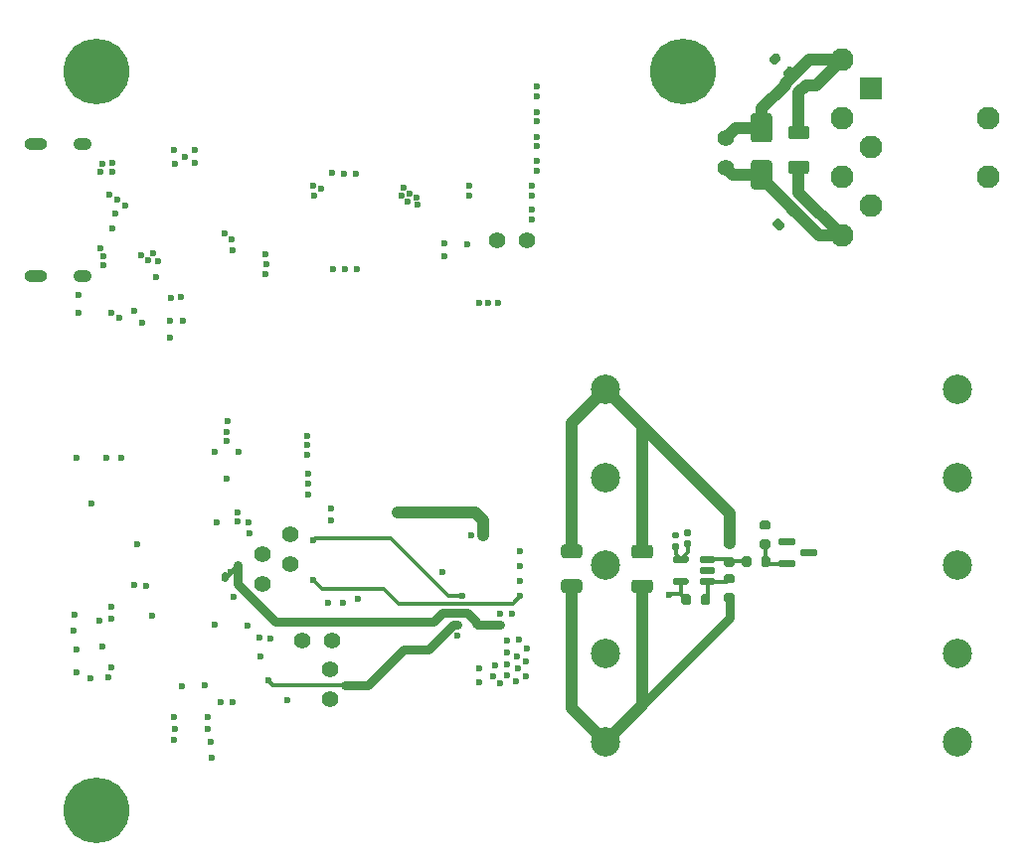
<source format=gbr>
G04 #@! TF.GenerationSoftware,KiCad,Pcbnew,9.0.1+1*
G04 #@! TF.CreationDate,2025-09-08T08:51:25+00:00*
G04 #@! TF.ProjectId,c64psu,63363470-7375-42e6-9b69-6361645f7063,rev?*
G04 #@! TF.SameCoordinates,Original*
G04 #@! TF.FileFunction,Copper,L4,Bot*
G04 #@! TF.FilePolarity,Positive*
%FSLAX46Y46*%
G04 Gerber Fmt 4.6, Leading zero omitted, Abs format (unit mm)*
G04 Created by KiCad (PCBNEW 9.0.1+1) date 2025-09-08 08:51:25*
%MOMM*%
%LPD*%
G01*
G04 APERTURE LIST*
G04 #@! TA.AperFunction,ComponentPad*
%ADD10C,2.500000*%
G04 #@! TD*
G04 #@! TA.AperFunction,ComponentPad*
%ADD11C,1.400000*%
G04 #@! TD*
G04 #@! TA.AperFunction,ComponentPad*
%ADD12C,3.600000*%
G04 #@! TD*
G04 #@! TA.AperFunction,ConnectorPad*
%ADD13C,5.600000*%
G04 #@! TD*
G04 #@! TA.AperFunction,ComponentPad*
%ADD14O,1.550000X1.050000*%
G04 #@! TD*
G04 #@! TA.AperFunction,ComponentPad*
%ADD15O,1.950000X1.050000*%
G04 #@! TD*
G04 #@! TA.AperFunction,ComponentPad*
%ADD16C,1.950000*%
G04 #@! TD*
G04 #@! TA.AperFunction,ComponentPad*
%ADD17R,1.950000X1.950000*%
G04 #@! TD*
G04 #@! TA.AperFunction,ViaPad*
%ADD18C,0.600000*%
G04 #@! TD*
G04 #@! TA.AperFunction,Conductor*
%ADD19C,1.000000*%
G04 #@! TD*
G04 #@! TA.AperFunction,Conductor*
%ADD20C,0.300000*%
G04 #@! TD*
G04 #@! TA.AperFunction,Conductor*
%ADD21C,0.800000*%
G04 #@! TD*
G04 #@! TA.AperFunction,Conductor*
%ADD22C,0.600000*%
G04 #@! TD*
G04 #@! TA.AperFunction,Conductor*
%ADD23C,0.400000*%
G04 #@! TD*
G04 APERTURE END LIST*
D10*
X183370000Y-69110000D03*
X183370000Y-76610000D03*
X183370000Y-84110000D03*
X183370000Y-91610000D03*
X183370000Y-99110000D03*
X213370000Y-69110000D03*
X213370000Y-76610000D03*
X213370000Y-84110000D03*
X213370000Y-91610000D03*
X213370000Y-99110000D03*
D11*
X157500000Y-90520000D03*
X160040000Y-90520000D03*
X159870000Y-92960001D03*
X159870000Y-95500001D03*
D12*
X190000000Y-42000000D03*
D13*
X190000000Y-42000000D03*
D11*
X156510000Y-84019999D03*
X156510000Y-81479999D03*
D14*
X138850000Y-48155000D03*
X138850000Y-59395000D03*
D15*
X134850000Y-48155000D03*
X134850000Y-59395000D03*
D11*
X154120000Y-83130000D03*
X154120000Y-85670000D03*
D12*
X140000000Y-105000000D03*
D13*
X140000000Y-105000000D03*
D11*
X174170300Y-56365150D03*
X176710300Y-56365150D03*
D16*
X215980000Y-50940000D03*
X215980000Y-45940000D03*
D17*
X205980000Y-43440000D03*
D16*
X205980000Y-48440000D03*
X205980000Y-53440000D03*
X203480000Y-45940000D03*
X203480000Y-50940000D03*
X203480000Y-40940000D03*
X203480000Y-55940000D03*
D11*
X193598800Y-50170399D03*
X193598800Y-47630399D03*
D12*
X140000000Y-42000000D03*
D13*
X140000000Y-42000000D03*
G04 #@! TA.AperFunction,SMDPad,CuDef*
G36*
G01*
X197296800Y-52036802D02*
X195996800Y-52036802D01*
G75*
G02*
X195746800Y-51786802I0J250000D01*
G01*
X195746800Y-49786802D01*
G75*
G02*
X195996800Y-49536802I250000J0D01*
G01*
X197296800Y-49536802D01*
G75*
G02*
X197546800Y-49786802I0J-250000D01*
G01*
X197546800Y-51786802D01*
G75*
G02*
X197296800Y-52036802I-250000J0D01*
G01*
G37*
G04 #@! TD.AperFunction*
G04 #@! TA.AperFunction,SMDPad,CuDef*
G36*
G01*
X197296800Y-48036800D02*
X195996800Y-48036800D01*
G75*
G02*
X195746800Y-47786800I0J250000D01*
G01*
X195746800Y-45786800D01*
G75*
G02*
X195996800Y-45536800I250000J0D01*
G01*
X197296800Y-45536800D01*
G75*
G02*
X197546800Y-45786800I0J-250000D01*
G01*
X197546800Y-47786800D01*
G75*
G02*
X197296800Y-48036800I-250000J0D01*
G01*
G37*
G04 #@! TD.AperFunction*
G04 #@! TA.AperFunction,SMDPad,CuDef*
G36*
G01*
X193628600Y-84830200D02*
X194178600Y-84830200D01*
G75*
G02*
X194378600Y-85030200I0J-200000D01*
G01*
X194378600Y-85430200D01*
G75*
G02*
X194178600Y-85630200I-200000J0D01*
G01*
X193628600Y-85630200D01*
G75*
G02*
X193428600Y-85430200I0J200000D01*
G01*
X193428600Y-85030200D01*
G75*
G02*
X193628600Y-84830200I200000J0D01*
G01*
G37*
G04 #@! TD.AperFunction*
G04 #@! TA.AperFunction,SMDPad,CuDef*
G36*
G01*
X193628600Y-86480200D02*
X194178600Y-86480200D01*
G75*
G02*
X194378600Y-86680200I0J-200000D01*
G01*
X194378600Y-87080200D01*
G75*
G02*
X194178600Y-87280200I-200000J0D01*
G01*
X193628600Y-87280200D01*
G75*
G02*
X193428600Y-87080200I0J200000D01*
G01*
X193428600Y-86680200D01*
G75*
G02*
X193628600Y-86480200I200000J0D01*
G01*
G37*
G04 #@! TD.AperFunction*
G04 #@! TA.AperFunction,SMDPad,CuDef*
G36*
G01*
X192706400Y-83431201D02*
X192706400Y-83731201D01*
G75*
G02*
X192556400Y-83881201I-150000J0D01*
G01*
X191531400Y-83881201D01*
G75*
G02*
X191381400Y-83731201I0J150000D01*
G01*
X191381400Y-83431201D01*
G75*
G02*
X191531400Y-83281201I150000J0D01*
G01*
X192556400Y-83281201D01*
G75*
G02*
X192706400Y-83431201I0J-150000D01*
G01*
G37*
G04 #@! TD.AperFunction*
G04 #@! TA.AperFunction,SMDPad,CuDef*
G36*
G01*
X192706400Y-84381200D02*
X192706400Y-84681200D01*
G75*
G02*
X192556400Y-84831200I-150000J0D01*
G01*
X191531400Y-84831200D01*
G75*
G02*
X191381400Y-84681200I0J150000D01*
G01*
X191381400Y-84381200D01*
G75*
G02*
X191531400Y-84231200I150000J0D01*
G01*
X192556400Y-84231200D01*
G75*
G02*
X192706400Y-84381200I0J-150000D01*
G01*
G37*
G04 #@! TD.AperFunction*
G04 #@! TA.AperFunction,SMDPad,CuDef*
G36*
G01*
X192706400Y-85331199D02*
X192706400Y-85631199D01*
G75*
G02*
X192556400Y-85781199I-150000J0D01*
G01*
X191531400Y-85781199D01*
G75*
G02*
X191381400Y-85631199I0J150000D01*
G01*
X191381400Y-85331199D01*
G75*
G02*
X191531400Y-85181199I150000J0D01*
G01*
X192556400Y-85181199D01*
G75*
G02*
X192706400Y-85331199I0J-150000D01*
G01*
G37*
G04 #@! TD.AperFunction*
G04 #@! TA.AperFunction,SMDPad,CuDef*
G36*
G01*
X190431400Y-85331199D02*
X190431400Y-85631199D01*
G75*
G02*
X190281400Y-85781199I-150000J0D01*
G01*
X189256400Y-85781199D01*
G75*
G02*
X189106400Y-85631199I0J150000D01*
G01*
X189106400Y-85331199D01*
G75*
G02*
X189256400Y-85181199I150000J0D01*
G01*
X190281400Y-85181199D01*
G75*
G02*
X190431400Y-85331199I0J-150000D01*
G01*
G37*
G04 #@! TD.AperFunction*
G04 #@! TA.AperFunction,SMDPad,CuDef*
G36*
G01*
X190431400Y-83431201D02*
X190431400Y-83731201D01*
G75*
G02*
X190281400Y-83881201I-150000J0D01*
G01*
X189256400Y-83881201D01*
G75*
G02*
X189106400Y-83731201I0J150000D01*
G01*
X189106400Y-83431201D01*
G75*
G02*
X189256400Y-83281201I150000J0D01*
G01*
X190281400Y-83281201D01*
G75*
G02*
X190431400Y-83431201I0J-150000D01*
G01*
G37*
G04 #@! TD.AperFunction*
G04 #@! TA.AperFunction,SMDPad,CuDef*
G36*
G01*
X179830000Y-82329999D02*
X181130000Y-82329999D01*
G75*
G02*
X181380000Y-82579999I0J-250000D01*
G01*
X181380000Y-83229999D01*
G75*
G02*
X181130000Y-83479999I-250000J0D01*
G01*
X179830000Y-83479999D01*
G75*
G02*
X179580000Y-83229999I0J250000D01*
G01*
X179580000Y-82579999D01*
G75*
G02*
X179830000Y-82329999I250000J0D01*
G01*
G37*
G04 #@! TD.AperFunction*
G04 #@! TA.AperFunction,SMDPad,CuDef*
G36*
G01*
X179830000Y-85280001D02*
X181130000Y-85280001D01*
G75*
G02*
X181380000Y-85530001I0J-250000D01*
G01*
X181380000Y-86180001D01*
G75*
G02*
X181130000Y-86430001I-250000J0D01*
G01*
X179830000Y-86430001D01*
G75*
G02*
X179580000Y-86180001I0J250000D01*
G01*
X179580000Y-85530001D01*
G75*
G02*
X179830000Y-85280001I250000J0D01*
G01*
G37*
G04 #@! TD.AperFunction*
G04 #@! TA.AperFunction,SMDPad,CuDef*
G36*
G01*
X192283800Y-86745400D02*
X192283800Y-87295400D01*
G75*
G02*
X192083800Y-87495400I-200000J0D01*
G01*
X191683800Y-87495400D01*
G75*
G02*
X191483800Y-87295400I0J200000D01*
G01*
X191483800Y-86745400D01*
G75*
G02*
X191683800Y-86545400I200000J0D01*
G01*
X192083800Y-86545400D01*
G75*
G02*
X192283800Y-86745400I0J-200000D01*
G01*
G37*
G04 #@! TD.AperFunction*
G04 #@! TA.AperFunction,SMDPad,CuDef*
G36*
G01*
X190633800Y-86745400D02*
X190633800Y-87295400D01*
G75*
G02*
X190433800Y-87495400I-200000J0D01*
G01*
X190033800Y-87495400D01*
G75*
G02*
X189833800Y-87295400I0J200000D01*
G01*
X189833800Y-86745400D01*
G75*
G02*
X190033800Y-86545400I200000J0D01*
G01*
X190433800Y-86545400D01*
G75*
G02*
X190633800Y-86745400I0J-200000D01*
G01*
G37*
G04 #@! TD.AperFunction*
G04 #@! TA.AperFunction,SMDPad,CuDef*
G36*
G01*
X197226600Y-82696000D02*
X196676600Y-82696000D01*
G75*
G02*
X196476600Y-82496000I0J200000D01*
G01*
X196476600Y-82096000D01*
G75*
G02*
X196676600Y-81896000I200000J0D01*
G01*
X197226600Y-81896000D01*
G75*
G02*
X197426600Y-82096000I0J-200000D01*
G01*
X197426600Y-82496000D01*
G75*
G02*
X197226600Y-82696000I-200000J0D01*
G01*
G37*
G04 #@! TD.AperFunction*
G04 #@! TA.AperFunction,SMDPad,CuDef*
G36*
G01*
X197226600Y-81046000D02*
X196676600Y-81046000D01*
G75*
G02*
X196476600Y-80846000I0J200000D01*
G01*
X196476600Y-80446000D01*
G75*
G02*
X196676600Y-80246000I200000J0D01*
G01*
X197226600Y-80246000D01*
G75*
G02*
X197426600Y-80446000I0J-200000D01*
G01*
X197426600Y-80846000D01*
G75*
G02*
X197226600Y-81046000I-200000J0D01*
G01*
G37*
G04 #@! TD.AperFunction*
G04 #@! TA.AperFunction,SMDPad,CuDef*
G36*
G01*
X199350551Y-53396940D02*
X199739460Y-53785849D01*
G75*
G02*
X199739460Y-54068691I-141421J-141421D01*
G01*
X199456617Y-54351534D01*
G75*
G02*
X199173775Y-54351534I-141421J141421D01*
G01*
X198784866Y-53962625D01*
G75*
G02*
X198784866Y-53679783I141421J141421D01*
G01*
X199067709Y-53396940D01*
G75*
G02*
X199350551Y-53396940I141421J-141421D01*
G01*
G37*
G04 #@! TD.AperFunction*
G04 #@! TA.AperFunction,SMDPad,CuDef*
G36*
G01*
X198183825Y-54563666D02*
X198572734Y-54952575D01*
G75*
G02*
X198572734Y-55235417I-141421J-141421D01*
G01*
X198289891Y-55518260D01*
G75*
G02*
X198007049Y-55518260I-141421J141421D01*
G01*
X197618140Y-55129351D01*
G75*
G02*
X197618140Y-54846509I141421J141421D01*
G01*
X197900983Y-54563666D01*
G75*
G02*
X198183825Y-54563666I141421J-141421D01*
G01*
G37*
G04 #@! TD.AperFunction*
G04 #@! TA.AperFunction,SMDPad,CuDef*
G36*
G01*
X199170000Y-46619999D02*
X200470000Y-46619999D01*
G75*
G02*
X200720000Y-46869999I0J-250000D01*
G01*
X200720000Y-47519999D01*
G75*
G02*
X200470000Y-47769999I-250000J0D01*
G01*
X199170000Y-47769999D01*
G75*
G02*
X198920000Y-47519999I0J250000D01*
G01*
X198920000Y-46869999D01*
G75*
G02*
X199170000Y-46619999I250000J0D01*
G01*
G37*
G04 #@! TD.AperFunction*
G04 #@! TA.AperFunction,SMDPad,CuDef*
G36*
G01*
X199170000Y-49570001D02*
X200470000Y-49570001D01*
G75*
G02*
X200720000Y-49820001I0J-250000D01*
G01*
X200720000Y-50470001D01*
G75*
G02*
X200470000Y-50720001I-250000J0D01*
G01*
X199170000Y-50720001D01*
G75*
G02*
X198920000Y-50470001I0J250000D01*
G01*
X198920000Y-49820001D01*
G75*
G02*
X199170000Y-49570001I250000J0D01*
G01*
G37*
G04 #@! TD.AperFunction*
G04 #@! TA.AperFunction,SMDPad,CuDef*
G36*
G01*
X194964600Y-84044200D02*
X194964600Y-83494200D01*
G75*
G02*
X195164600Y-83294200I200000J0D01*
G01*
X195564600Y-83294200D01*
G75*
G02*
X195764600Y-83494200I0J-200000D01*
G01*
X195764600Y-84044200D01*
G75*
G02*
X195564600Y-84244200I-200000J0D01*
G01*
X195164600Y-84244200D01*
G75*
G02*
X194964600Y-84044200I0J200000D01*
G01*
G37*
G04 #@! TD.AperFunction*
G04 #@! TA.AperFunction,SMDPad,CuDef*
G36*
G01*
X196614600Y-84044200D02*
X196614600Y-83494200D01*
G75*
G02*
X196814600Y-83294200I200000J0D01*
G01*
X197214600Y-83294200D01*
G75*
G02*
X197414600Y-83494200I0J-200000D01*
G01*
X197414600Y-84044200D01*
G75*
G02*
X197214600Y-84244200I-200000J0D01*
G01*
X196814600Y-84244200D01*
G75*
G02*
X196614600Y-84044200I0J200000D01*
G01*
G37*
G04 #@! TD.AperFunction*
G04 #@! TA.AperFunction,SMDPad,CuDef*
G36*
G01*
X189161600Y-81259200D02*
X189501600Y-81259200D01*
G75*
G02*
X189641600Y-81399200I0J-140000D01*
G01*
X189641600Y-81679200D01*
G75*
G02*
X189501600Y-81819200I-140000J0D01*
G01*
X189161600Y-81819200D01*
G75*
G02*
X189021600Y-81679200I0J140000D01*
G01*
X189021600Y-81399200D01*
G75*
G02*
X189161600Y-81259200I140000J0D01*
G01*
G37*
G04 #@! TD.AperFunction*
G04 #@! TA.AperFunction,SMDPad,CuDef*
G36*
G01*
X189161600Y-82219200D02*
X189501600Y-82219200D01*
G75*
G02*
X189641600Y-82359200I0J-140000D01*
G01*
X189641600Y-82639200D01*
G75*
G02*
X189501600Y-82779200I-140000J0D01*
G01*
X189161600Y-82779200D01*
G75*
G02*
X189021600Y-82639200I0J140000D01*
G01*
X189021600Y-82359200D01*
G75*
G02*
X189161600Y-82219200I140000J0D01*
G01*
G37*
G04 #@! TD.AperFunction*
G04 #@! TA.AperFunction,SMDPad,CuDef*
G36*
G01*
X198070600Y-84107200D02*
X198070600Y-83807200D01*
G75*
G02*
X198220600Y-83657200I150000J0D01*
G01*
X199395600Y-83657200D01*
G75*
G02*
X199545600Y-83807200I0J-150000D01*
G01*
X199545600Y-84107200D01*
G75*
G02*
X199395600Y-84257200I-150000J0D01*
G01*
X198220600Y-84257200D01*
G75*
G02*
X198070600Y-84107200I0J150000D01*
G01*
G37*
G04 #@! TD.AperFunction*
G04 #@! TA.AperFunction,SMDPad,CuDef*
G36*
G01*
X198070600Y-82207200D02*
X198070600Y-81907200D01*
G75*
G02*
X198220600Y-81757200I150000J0D01*
G01*
X199395600Y-81757200D01*
G75*
G02*
X199545600Y-81907200I0J-150000D01*
G01*
X199545600Y-82207200D01*
G75*
G02*
X199395600Y-82357200I-150000J0D01*
G01*
X198220600Y-82357200D01*
G75*
G02*
X198070600Y-82207200I0J150000D01*
G01*
G37*
G04 #@! TD.AperFunction*
G04 #@! TA.AperFunction,SMDPad,CuDef*
G36*
G01*
X199945601Y-83157200D02*
X199945601Y-82857200D01*
G75*
G02*
X200095601Y-82707200I150000J0D01*
G01*
X201270601Y-82707200D01*
G75*
G02*
X201420601Y-82857200I0J-150000D01*
G01*
X201420601Y-83157200D01*
G75*
G02*
X201270601Y-83307200I-150000J0D01*
G01*
X200095601Y-83307200D01*
G75*
G02*
X199945601Y-83157200I0J150000D01*
G01*
G37*
G04 #@! TD.AperFunction*
G04 #@! TA.AperFunction,SMDPad,CuDef*
G36*
G01*
X185840000Y-82349999D02*
X187140000Y-82349999D01*
G75*
G02*
X187390000Y-82599999I0J-250000D01*
G01*
X187390000Y-83249999D01*
G75*
G02*
X187140000Y-83499999I-250000J0D01*
G01*
X185840000Y-83499999D01*
G75*
G02*
X185590000Y-83249999I0J250000D01*
G01*
X185590000Y-82599999D01*
G75*
G02*
X185840000Y-82349999I250000J0D01*
G01*
G37*
G04 #@! TD.AperFunction*
G04 #@! TA.AperFunction,SMDPad,CuDef*
G36*
G01*
X185840000Y-85300001D02*
X187140000Y-85300001D01*
G75*
G02*
X187390000Y-85550001I0J-250000D01*
G01*
X187390000Y-86200001D01*
G75*
G02*
X187140000Y-86450001I-250000J0D01*
G01*
X185840000Y-86450001D01*
G75*
G02*
X185590000Y-86200001I0J250000D01*
G01*
X185590000Y-85550001D01*
G75*
G02*
X185840000Y-85300001I250000J0D01*
G01*
G37*
G04 #@! TD.AperFunction*
G04 #@! TA.AperFunction,SMDPad,CuDef*
G36*
G01*
X190517600Y-82548000D02*
X190177600Y-82548000D01*
G75*
G02*
X190037600Y-82408000I0J140000D01*
G01*
X190037600Y-82128000D01*
G75*
G02*
X190177600Y-81988000I140000J0D01*
G01*
X190517600Y-81988000D01*
G75*
G02*
X190657600Y-82128000I0J-140000D01*
G01*
X190657600Y-82408000D01*
G75*
G02*
X190517600Y-82548000I-140000J0D01*
G01*
G37*
G04 #@! TD.AperFunction*
G04 #@! TA.AperFunction,SMDPad,CuDef*
G36*
G01*
X190517600Y-81588000D02*
X190177600Y-81588000D01*
G75*
G02*
X190037600Y-81448000I0J140000D01*
G01*
X190037600Y-81168000D01*
G75*
G02*
X190177600Y-81028000I140000J0D01*
G01*
X190517600Y-81028000D01*
G75*
G02*
X190657600Y-81168000I0J-140000D01*
G01*
X190657600Y-81448000D01*
G75*
G02*
X190517600Y-81588000I-140000J0D01*
G01*
G37*
G04 #@! TD.AperFunction*
G04 #@! TA.AperFunction,SMDPad,CuDef*
G36*
G01*
X197313340Y-40831849D02*
X197702249Y-40442940D01*
G75*
G02*
X197985091Y-40442940I141421J-141421D01*
G01*
X198267934Y-40725783D01*
G75*
G02*
X198267934Y-41008625I-141421J-141421D01*
G01*
X197879025Y-41397534D01*
G75*
G02*
X197596183Y-41397534I-141421J141421D01*
G01*
X197313340Y-41114691D01*
G75*
G02*
X197313340Y-40831849I141421J141421D01*
G01*
G37*
G04 #@! TD.AperFunction*
G04 #@! TA.AperFunction,SMDPad,CuDef*
G36*
G01*
X198480066Y-41998575D02*
X198868975Y-41609666D01*
G75*
G02*
X199151817Y-41609666I141421J-141421D01*
G01*
X199434660Y-41892509D01*
G75*
G02*
X199434660Y-42175351I-141421J-141421D01*
G01*
X199045751Y-42564260D01*
G75*
G02*
X198762909Y-42564260I-141421J141421D01*
G01*
X198480066Y-42281417D01*
G75*
G02*
X198480066Y-41998575I141421J141421D01*
G01*
G37*
G04 #@! TD.AperFunction*
G04 #@! TA.AperFunction,SMDPad,CuDef*
G36*
G01*
X194178600Y-84232200D02*
X193628600Y-84232200D01*
G75*
G02*
X193428600Y-84032200I0J200000D01*
G01*
X193428600Y-83632200D01*
G75*
G02*
X193628600Y-83432200I200000J0D01*
G01*
X194178600Y-83432200D01*
G75*
G02*
X194378600Y-83632200I0J-200000D01*
G01*
X194378600Y-84032200D01*
G75*
G02*
X194178600Y-84232200I-200000J0D01*
G01*
G37*
G04 #@! TD.AperFunction*
G04 #@! TA.AperFunction,SMDPad,CuDef*
G36*
G01*
X194178600Y-82582200D02*
X193628600Y-82582200D01*
G75*
G02*
X193428600Y-82382200I0J200000D01*
G01*
X193428600Y-81982200D01*
G75*
G02*
X193628600Y-81782200I200000J0D01*
G01*
X194178600Y-81782200D01*
G75*
G02*
X194378600Y-81982200I0J-200000D01*
G01*
X194378600Y-82382200D01*
G75*
G02*
X194178600Y-82582200I-200000J0D01*
G01*
G37*
G04 #@! TD.AperFunction*
D18*
X177535865Y-48329416D03*
X158035465Y-78041544D03*
X147232327Y-61231221D03*
X147367023Y-63241024D03*
X151605000Y-95741000D03*
X154433265Y-59249852D03*
X175390000Y-88210000D03*
X141333500Y-50573950D03*
X146631130Y-48684508D03*
X151064199Y-76720200D03*
X140331850Y-57091395D03*
X173980000Y-92610000D03*
X148432067Y-48691598D03*
X177119813Y-54592482D03*
X157983504Y-74683571D03*
X174990000Y-92530000D03*
X138527300Y-61038750D03*
X150084899Y-74380500D03*
X151683800Y-86777400D03*
X154440694Y-57570786D03*
X189331600Y-81539200D03*
X174950000Y-90530000D03*
X145282548Y-58147437D03*
X177104954Y-53790096D03*
X177104954Y-51739555D03*
X149522200Y-98027000D03*
X198095437Y-55040963D03*
X160020000Y-79260000D03*
X169460400Y-84665999D03*
X174960000Y-93480000D03*
X138323400Y-93201000D03*
X147531100Y-49253150D03*
X138522300Y-62548750D03*
X144836226Y-57520465D03*
X141333500Y-49761150D03*
X177127243Y-52556800D03*
X140307085Y-50562617D03*
X143818100Y-57662976D03*
X149245400Y-94318600D03*
X166682700Y-52402750D03*
X146654600Y-97061800D03*
X154474999Y-58375000D03*
X138120200Y-88324200D03*
X160157760Y-58870423D03*
X138034789Y-89679611D03*
X146673671Y-49826047D03*
X172610000Y-94090000D03*
X141320600Y-87641000D03*
X169601100Y-57736750D03*
X141320600Y-92794600D03*
X153003299Y-80397700D03*
X175700000Y-93970000D03*
X176101001Y-84190000D03*
X160010000Y-80230000D03*
X146659800Y-98027000D03*
X145102500Y-59510000D03*
X167363100Y-53332350D03*
X177543295Y-44094603D03*
X144775000Y-88375000D03*
X197790637Y-40920237D03*
X147264200Y-94420200D03*
X175960000Y-90460000D03*
X140304600Y-88781400D03*
X176610000Y-92320000D03*
X144395672Y-58112274D03*
X140863400Y-74944200D03*
X146310724Y-63283560D03*
X177550724Y-46204580D03*
X158022475Y-76261883D03*
X140579500Y-58488140D03*
X146324903Y-61263122D03*
X160074001Y-50619797D03*
X148417887Y-49804776D03*
X170742500Y-90090001D03*
X162094824Y-50679232D03*
X157994999Y-73840000D03*
X146287500Y-64656750D03*
X177550724Y-50424534D03*
X158034999Y-77120000D03*
X165971500Y-52605950D03*
X140503893Y-90994456D03*
X161094700Y-50724549D03*
X176570000Y-93540000D03*
X192043900Y-84531200D03*
X143228200Y-85733400D03*
X171750508Y-52544481D03*
X174410000Y-88230000D03*
X177543295Y-45454201D03*
X146652601Y-98992200D03*
X153026099Y-81362900D03*
X190347600Y-81308000D03*
X141066600Y-93658200D03*
X139542600Y-93743611D03*
X140569594Y-57765003D03*
X161150000Y-58875000D03*
X161030000Y-87260000D03*
X138323400Y-74944200D03*
X171559500Y-56722749D03*
X149522200Y-97061800D03*
X174420000Y-94130000D03*
X162175539Y-58862446D03*
X171770320Y-51742096D03*
X177528436Y-43284788D03*
X176650000Y-91200000D03*
X167292300Y-52758350D03*
X173830000Y-93520000D03*
X150214499Y-80397700D03*
X177528436Y-47541890D03*
X166530300Y-53113950D03*
X166174700Y-51894750D03*
X174990000Y-91550000D03*
X172632500Y-92840000D03*
X138276507Y-91241944D03*
X142133400Y-74944200D03*
X177550724Y-49607290D03*
X157996495Y-73098764D03*
X152116899Y-74403300D03*
X150120848Y-89122200D03*
X175790000Y-91900000D03*
X169631099Y-56669949D03*
X140498762Y-49899690D03*
X171950000Y-81560000D03*
X198808100Y-82057200D03*
X175900000Y-92890000D03*
X172910000Y-81560000D03*
X165630000Y-79620000D03*
X151125000Y-72700000D03*
X190347600Y-82268000D03*
X174250000Y-61750000D03*
X151156092Y-71816415D03*
X189331600Y-82499200D03*
X173375000Y-61750000D03*
X172575000Y-61750000D03*
X151125000Y-73500000D03*
X152014000Y-84082400D03*
X150617000Y-95741000D03*
X152014198Y-79550000D03*
X149855000Y-100516200D03*
X151429800Y-84666600D03*
X196951600Y-80646000D03*
X149753400Y-99144600D03*
X141320600Y-88601000D03*
X152014198Y-80340000D03*
X150921800Y-85174600D03*
X144260200Y-85835000D03*
X174410000Y-89190000D03*
X141607500Y-54138750D03*
X141972586Y-62987169D03*
X141822754Y-52912510D03*
X143924300Y-63375550D03*
X142458534Y-53398090D03*
X141127500Y-52516750D03*
X143213100Y-62421750D03*
X141367500Y-55349750D03*
X141289958Y-62570008D03*
X139593400Y-78844200D03*
X143454200Y-82329800D03*
X151540302Y-56263550D03*
X159130000Y-52010000D03*
X158535728Y-52532220D03*
X158460000Y-51740000D03*
X151595100Y-57228750D03*
X150934700Y-55755550D03*
X176101001Y-85460000D03*
X153870000Y-90250000D03*
X152840000Y-89250000D03*
X176101001Y-82920000D03*
X154810000Y-90350000D03*
X162300000Y-86920000D03*
X153960000Y-91830000D03*
X159760000Y-87260000D03*
X156230000Y-95590000D03*
X188772800Y-86614000D03*
X158460000Y-85330000D03*
X176101001Y-86730000D03*
X158490000Y-81970000D03*
X171151001Y-86730000D03*
X154620000Y-93930000D03*
X170742500Y-89140002D03*
D19*
X172951000Y-80281000D02*
X172951000Y-81560000D01*
X172290000Y-79620000D02*
X172951000Y-80281000D01*
X165630000Y-79620000D02*
X172290000Y-79620000D01*
D20*
X189331600Y-82499200D02*
X189331600Y-83143901D01*
X189331600Y-83143901D02*
X189768900Y-83581201D01*
X190347600Y-83002501D02*
X189768900Y-83581201D01*
X190347600Y-82268000D02*
X190347600Y-83002501D01*
D19*
X180480000Y-96220000D02*
X183370000Y-99110000D01*
D21*
X193903600Y-86880200D02*
X193903600Y-88576400D01*
D19*
X180480000Y-85855001D02*
X180480000Y-96220000D01*
X186490000Y-95990000D02*
X183370000Y-99110000D01*
D21*
X193903600Y-88576400D02*
X183370000Y-99110000D01*
D19*
X186490000Y-85875001D02*
X186490000Y-95990000D01*
X193903600Y-79643600D02*
X193903600Y-82182200D01*
X183370000Y-69110000D02*
X186490000Y-72230000D01*
X186490000Y-72230000D02*
X186490000Y-82924999D01*
X183370000Y-69110000D02*
X193903600Y-79643600D01*
X180480000Y-72000000D02*
X180480000Y-82904999D01*
X183370000Y-69110000D02*
X180480000Y-72000000D01*
X196646800Y-51054000D02*
X201532800Y-55940000D01*
X199820000Y-50145001D02*
X199820000Y-52280000D01*
X196646800Y-50786802D02*
X194215203Y-50786802D01*
X201532800Y-55940000D02*
X203480000Y-55940000D01*
X194215203Y-50786802D02*
X193598800Y-50170399D01*
X196646800Y-50786802D02*
X196646800Y-51054000D01*
X199820000Y-52280000D02*
X203480000Y-55940000D01*
X194442399Y-46786800D02*
X193598800Y-47630399D01*
X199820000Y-47194999D02*
X199820000Y-43780000D01*
X201280000Y-43140000D02*
X203480000Y-40940000D01*
X200460000Y-43140000D02*
X201280000Y-43140000D01*
X199820000Y-43780000D02*
X200460000Y-43140000D01*
X196646800Y-46786800D02*
X194442399Y-46786800D01*
X196646800Y-46786800D02*
X196646800Y-45161200D01*
X198668000Y-43140000D02*
X198668000Y-42987600D01*
X196646800Y-45161200D02*
X198668000Y-43140000D01*
X198668000Y-42987600D02*
X200715600Y-40940000D01*
X200715600Y-40940000D02*
X203480000Y-40940000D01*
D21*
X152014000Y-85704000D02*
X152014000Y-84082400D01*
X168680000Y-88930000D02*
X155240000Y-88930000D01*
X155240000Y-88930000D02*
X152014000Y-85704000D01*
D22*
X150921800Y-84918200D02*
X150921800Y-85174600D01*
D21*
X172380000Y-89050000D02*
X172380000Y-88930000D01*
D23*
X152014000Y-84082400D02*
X150921800Y-85174600D01*
D21*
X172380000Y-88930000D02*
X171589002Y-88139002D01*
X169470998Y-88139002D02*
X168680000Y-88930000D01*
X171589002Y-88139002D02*
X169470998Y-88139002D01*
X174410000Y-89190000D02*
X172520000Y-89190000D01*
X172520000Y-89190000D02*
X172380000Y-89050000D01*
D20*
X193652601Y-83581201D02*
X193903600Y-83832200D01*
X192043900Y-83581201D02*
X193652601Y-83581201D01*
X193966600Y-83769200D02*
X193903600Y-83832200D01*
X195364600Y-83769200D02*
X193966600Y-83769200D01*
X192043900Y-86860300D02*
X191883800Y-87020400D01*
X192043900Y-85481199D02*
X193652601Y-85481199D01*
X192043900Y-85481199D02*
X192043900Y-86860300D01*
X193652601Y-85481199D02*
X193903600Y-85230200D01*
X196951600Y-82296000D02*
X196951600Y-83706200D01*
X197202600Y-83957200D02*
X197014600Y-83769200D01*
X198808100Y-83957200D02*
X197202600Y-83957200D01*
X196951600Y-83706200D02*
X197014600Y-83769200D01*
X188831300Y-86555500D02*
X188772800Y-86614000D01*
X189768900Y-85481199D02*
X189768900Y-86555500D01*
X189768900Y-86555500D02*
X190233800Y-87020400D01*
X189768900Y-86555500D02*
X188831300Y-86555500D01*
X164980000Y-86640000D02*
X164460000Y-86120000D01*
X164460000Y-86120000D02*
X160080000Y-86120000D01*
X165721000Y-87381000D02*
X164980000Y-86640000D01*
X175450001Y-87381000D02*
X165721000Y-87381000D01*
X160080000Y-86120000D02*
X159250000Y-86120000D01*
X159250000Y-86120000D02*
X158460000Y-85330000D01*
X176101001Y-86730000D02*
X175450001Y-87381000D01*
X171151001Y-86730000D02*
X169970000Y-86730000D01*
X165060000Y-81820000D02*
X158640000Y-81820000D01*
X158640000Y-81820000D02*
X158490000Y-81970000D01*
X169970000Y-86730000D02*
X165060000Y-81820000D01*
D21*
X163150000Y-94290000D02*
X166190000Y-91250000D01*
X168308294Y-91250000D02*
X170369293Y-89189001D01*
X170369293Y-89189001D02*
X170693501Y-89189001D01*
D20*
X154980000Y-94290000D02*
X154620000Y-93930000D01*
D21*
X161200000Y-94290000D02*
X163150000Y-94290000D01*
X170693501Y-89189001D02*
X170742500Y-89140002D01*
X166190000Y-91250000D02*
X168308294Y-91250000D01*
D20*
X161200000Y-94290000D02*
X154980000Y-94290000D01*
M02*

</source>
